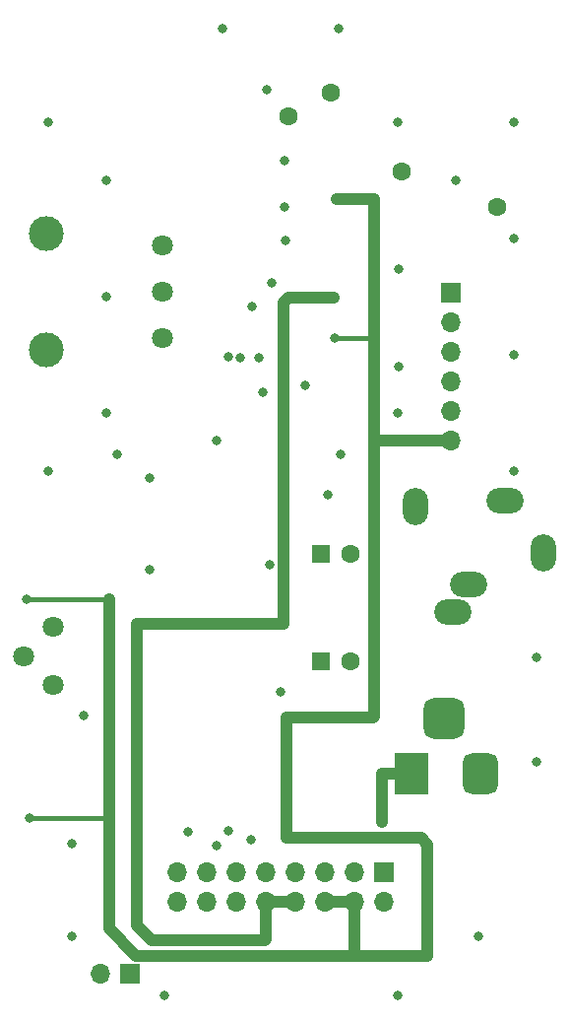
<source format=gbr>
%TF.GenerationSoftware,KiCad,Pcbnew,7.0.1*%
%TF.CreationDate,2023-04-12T14:42:12+09:00*%
%TF.ProjectId,KiCad-Si4735,4b694361-642d-4536-9934-3733352e6b69,rev?*%
%TF.SameCoordinates,PX6bc3e40PY88601c0*%
%TF.FileFunction,Copper,L3,Inr*%
%TF.FilePolarity,Positive*%
%FSLAX46Y46*%
G04 Gerber Fmt 4.6, Leading zero omitted, Abs format (unit mm)*
G04 Created by KiCad (PCBNEW 7.0.1) date 2023-04-12 14:42:12*
%MOMM*%
%LPD*%
G01*
G04 APERTURE LIST*
G04 Aperture macros list*
%AMRoundRect*
0 Rectangle with rounded corners*
0 $1 Rounding radius*
0 $2 $3 $4 $5 $6 $7 $8 $9 X,Y pos of 4 corners*
0 Add a 4 corners polygon primitive as box body*
4,1,4,$2,$3,$4,$5,$6,$7,$8,$9,$2,$3,0*
0 Add four circle primitives for the rounded corners*
1,1,$1+$1,$2,$3*
1,1,$1+$1,$4,$5*
1,1,$1+$1,$6,$7*
1,1,$1+$1,$8,$9*
0 Add four rect primitives between the rounded corners*
20,1,$1+$1,$2,$3,$4,$5,0*
20,1,$1+$1,$4,$5,$6,$7,0*
20,1,$1+$1,$6,$7,$8,$9,0*
20,1,$1+$1,$8,$9,$2,$3,0*%
G04 Aperture macros list end*
%TA.AperFunction,ComponentPad*%
%ADD10R,1.700000X1.700000*%
%TD*%
%TA.AperFunction,ComponentPad*%
%ADD11O,1.700000X1.700000*%
%TD*%
%TA.AperFunction,ComponentPad*%
%ADD12R,3.000000X3.600000*%
%TD*%
%TA.AperFunction,ComponentPad*%
%ADD13RoundRect,0.750000X0.750000X1.000000X-0.750000X1.000000X-0.750000X-1.000000X0.750000X-1.000000X0*%
%TD*%
%TA.AperFunction,ComponentPad*%
%ADD14RoundRect,0.875000X0.875000X0.875000X-0.875000X0.875000X-0.875000X-0.875000X0.875000X-0.875000X0*%
%TD*%
%TA.AperFunction,ComponentPad*%
%ADD15C,1.800000*%
%TD*%
%TA.AperFunction,ComponentPad*%
%ADD16C,1.600000*%
%TD*%
%TA.AperFunction,ComponentPad*%
%ADD17R,1.600000X1.600000*%
%TD*%
%TA.AperFunction,ComponentPad*%
%ADD18C,3.000000*%
%TD*%
%TA.AperFunction,ComponentPad*%
%ADD19O,3.200000X2.200000*%
%TD*%
%TA.AperFunction,ComponentPad*%
%ADD20O,2.200000X3.200000*%
%TD*%
%TA.AperFunction,ViaPad*%
%ADD21C,0.800000*%
%TD*%
%TA.AperFunction,Conductor*%
%ADD22C,0.400000*%
%TD*%
%TA.AperFunction,Conductor*%
%ADD23C,1.000000*%
%TD*%
G04 APERTURE END LIST*
D10*
%TO.N,/GP27*%
%TO.C,J3*%
X33875000Y11540000D03*
D11*
%TO.N,/GP28*%
X33875000Y9000000D03*
%TO.N,/GP26*%
X31335000Y11540000D03*
%TO.N,VSYS*%
X31335000Y9000000D03*
%TO.N,/GP22*%
X28795000Y11540000D03*
%TO.N,VSYS*%
X28795000Y9000000D03*
%TO.N,/GP21*%
X26255000Y11540000D03*
%TO.N,3V3*%
X26255000Y9000000D03*
%TO.N,/GP20*%
X23715000Y11540000D03*
%TO.N,3V3*%
X23715000Y9000000D03*
%TO.N,/GP6*%
X21175000Y11540000D03*
%TO.N,GND*%
X21175000Y9000000D03*
%TO.N,/GP5*%
X18635000Y11540000D03*
%TO.N,GND*%
X18635000Y9000000D03*
%TO.N,/GP4*%
X16095000Y11540000D03*
%TO.N,GND*%
X16095000Y9000000D03*
%TD*%
D12*
%TO.N,Net-(D1-A)*%
%TO.C,J2*%
X36187500Y20042500D03*
D13*
%TO.N,GND*%
X42187500Y20042500D03*
D14*
X38987500Y24742500D03*
%TD*%
D15*
%TO.N,GND*%
%TO.C,RV2*%
X5400000Y32600000D03*
%TO.N,Net-(R12-Pad2)*%
X2900000Y30100000D03*
%TO.N,Net-(C14-Pad1)*%
X5400000Y27600000D03*
%TD*%
D16*
%TO.N,Net-(U1-FMI)*%
%TO.C,L2*%
X35400000Y71700000D03*
%TO.N,GND*%
X43600000Y68700000D03*
%TD*%
D10*
%TO.N,Net-(J1-Pin_1)*%
%TO.C,J1*%
X39625000Y61350000D03*
D11*
%TO.N,Net-(J1-Pin_2)*%
X39625000Y58810000D03*
%TO.N,Net-(J1-Pin_3)*%
X39625000Y56270000D03*
%TO.N,GND*%
X39625000Y53730000D03*
%TO.N,unconnected-(J1-Pin_5-Pad5)*%
X39625000Y51190000D03*
%TO.N,VSYS*%
X39625000Y48650000D03*
%TD*%
D17*
%TO.N,Net-(U3-VO1)*%
%TO.C,C17*%
X28447349Y38900000D03*
D16*
%TO.N,Net-(C17-Pad2)*%
X30947349Y38900000D03*
%TD*%
D18*
%TO.N,*%
%TO.C,RV1*%
X4825000Y56400000D03*
X4825000Y66400000D03*
D15*
%TO.N,GND*%
X14825000Y57400000D03*
%TO.N,Net-(R5-Pad1)*%
X14825000Y61400000D03*
%TO.N,Net-(EMI3-Pad3)*%
X14825000Y65400000D03*
%TD*%
D17*
%TO.N,Net-(U3-VO2)*%
%TO.C,C21*%
X28447349Y29700000D03*
D16*
%TO.N,Net-(C21-Pad2)*%
X30947349Y29700000D03*
%TD*%
%TO.N,Net-(C4-Pad2)*%
%TO.C,L1*%
X29300000Y78500000D03*
%TO.N,Net-(Q1-D)*%
X25600000Y76500000D03*
%TD*%
D19*
%TO.N,Net-(C21-Pad2)*%
%TO.C,J6*%
X39750000Y33900000D03*
%TO.N,Net-(J6-PadRN)*%
X41150000Y36300000D03*
D20*
%TO.N,GND*%
X47550000Y38950000D03*
D19*
%TO.N,Net-(C17-Pad2)*%
X44250000Y43500000D03*
D20*
%TO.N,Net-(J6-PadTN)*%
X36550000Y42950000D03*
%TD*%
D10*
%TO.N,Net-(U2-VO+)*%
%TO.C,LS1*%
X11975000Y2825000D03*
D11*
%TO.N,Net-(U2-VO-)*%
X9435000Y2825000D03*
%TD*%
D21*
%TO.N,VSYS*%
X3100000Y35000000D03*
X29600000Y57400000D03*
X3400000Y16200000D03*
X29800000Y69400000D03*
X32350000Y24800000D03*
X31300000Y24800000D03*
%TO.N,GND*%
X35000000Y1000000D03*
X30000000Y84000000D03*
X15000000Y1000000D03*
X47000000Y30000000D03*
X5000000Y76000000D03*
X25000000Y27000000D03*
X8000000Y25000000D03*
X10000000Y71000000D03*
X24000000Y38000000D03*
X20000000Y84000000D03*
X35000000Y76000000D03*
X45000000Y76000000D03*
X5000000Y46000000D03*
X10000000Y51000000D03*
X47000000Y21000000D03*
X35000000Y51000000D03*
X42000000Y6000000D03*
X17000000Y15000000D03*
X45000000Y46000000D03*
X7000000Y14000000D03*
X45000000Y66000000D03*
X40000000Y71000000D03*
X45000000Y56000000D03*
X29000000Y44000000D03*
X7000000Y6000000D03*
X10000000Y61000000D03*
%TO.N,3V3*%
X29600000Y60900000D03*
X23600000Y5700000D03*
%TO.N,Net-(U3-IN2-)*%
X13700000Y45400000D03*
X13700000Y37500000D03*
%TO.N,Net-(D1-A)*%
X33700000Y15900000D03*
X33700000Y17050000D03*
%TO.N,Net-(EMI3-Pad3)*%
X23800000Y78800000D03*
X25300000Y72700000D03*
X25300000Y68700000D03*
%TO.N,Net-(J1-Pin_3)*%
X25400000Y65800000D03*
%TO.N,/GP22*%
X20500000Y55800000D03*
X20500000Y15100000D03*
%TO.N,/GP21*%
X21500500Y55750000D03*
X22400000Y14300000D03*
%TO.N,/GP20*%
X22500000Y60100000D03*
%TO.N,/GP6*%
X19500000Y13800000D03*
X19500000Y48600000D03*
%TO.N,/GP5*%
X35100000Y55000000D03*
%TO.N,/GP4*%
X35100000Y63400000D03*
%TO.N,Net-(JP1-A)*%
X27050001Y53349999D03*
X24200000Y62200000D03*
%TO.N,Net-(JP2-A)*%
X23100000Y55750000D03*
X23400000Y52799998D03*
%TO.N,Net-(R12-Pad2)*%
X30100000Y47400000D03*
X10900000Y47400000D03*
%TD*%
D22*
%TO.N,VSYS*%
X32800000Y57400000D02*
X29600000Y57400000D01*
D23*
X32900000Y24800000D02*
X31300000Y24800000D01*
X10200000Y35000000D02*
X10200000Y16200000D01*
X33000000Y69400000D02*
X29800000Y69400000D01*
X37575000Y13955000D02*
X37575000Y4375000D01*
X31335000Y9000000D02*
X31335000Y4410000D01*
X10200000Y6700000D02*
X10200000Y16200000D01*
X33050000Y48650000D02*
X33000000Y48700000D01*
X39625000Y48650000D02*
X33050000Y48650000D01*
X37030000Y14500000D02*
X37575000Y13955000D01*
X33000000Y24900000D02*
X32900000Y24800000D01*
X25500000Y14500000D02*
X37030000Y14500000D01*
X33000000Y48700000D02*
X33000000Y24900000D01*
D22*
X3100000Y35000000D02*
X10200000Y35000000D01*
D23*
X25500000Y24800000D02*
X25500000Y14500000D01*
X33000000Y57200000D02*
X33000000Y69400000D01*
X31300000Y4375000D02*
X12525000Y4375000D01*
D22*
X33000000Y57200000D02*
X32800000Y57400000D01*
D23*
X31300000Y24800000D02*
X25500000Y24800000D01*
D22*
X3400000Y16200000D02*
X10200000Y16200000D01*
D23*
X33000000Y57200000D02*
X33000000Y48700000D01*
X31335000Y4410000D02*
X31300000Y4375000D01*
X28795000Y9000000D02*
X31335000Y9000000D01*
X37575000Y4375000D02*
X31300000Y4375000D01*
X12525000Y4375000D02*
X10200000Y6700000D01*
%TO.N,3V3*%
X26255000Y9000000D02*
X23715000Y9000000D01*
X25200000Y32900000D02*
X25200000Y60500000D01*
X12600000Y32900000D02*
X25200000Y32900000D01*
X23715000Y5815000D02*
X23600000Y5700000D01*
X13900000Y5700000D02*
X13700000Y5900000D01*
X25600000Y60900000D02*
X29121601Y60900000D01*
X25200000Y60500000D02*
X25600000Y60900000D01*
X29121601Y60900000D02*
X29550000Y60900000D01*
X23600000Y5700000D02*
X13900000Y5700000D01*
X12600000Y7000000D02*
X12600000Y32900000D01*
X23715000Y9000000D02*
X23715000Y5815000D01*
X13700000Y5900000D02*
X12600000Y7000000D01*
%TO.N,Net-(D1-A)*%
X36145000Y20000000D02*
X36187500Y20042500D01*
X33700000Y20000000D02*
X36145000Y20000000D01*
X33700000Y15900000D02*
X33700000Y20000000D01*
%TD*%
M02*

</source>
